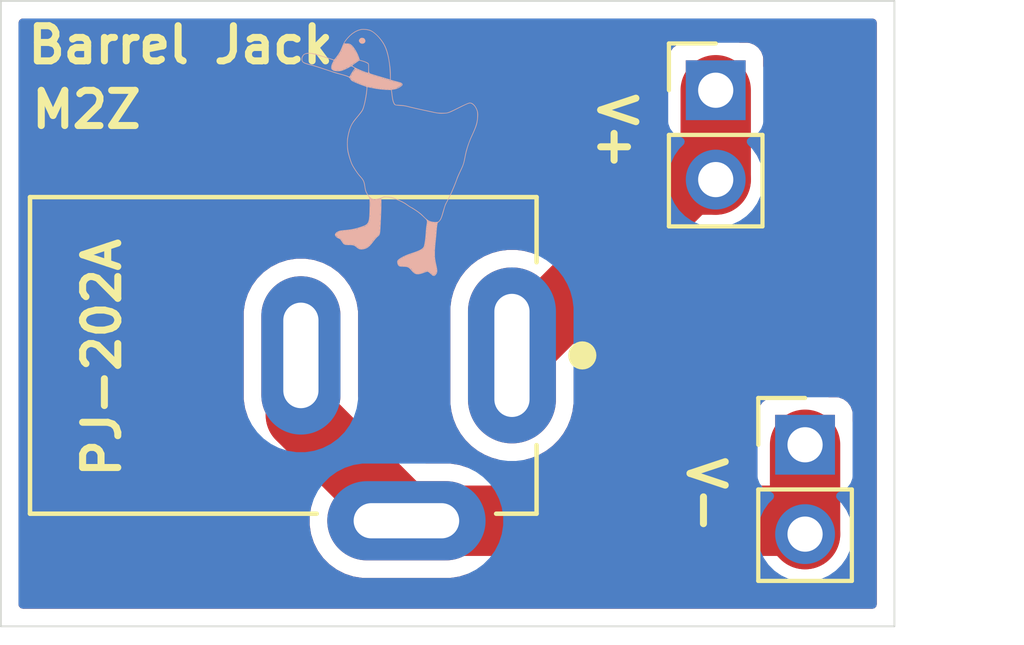
<source format=kicad_pcb>
(kicad_pcb (version 20240108) (generator "pcbnew") (generator_version "8.0")
  (layers (0 "F.Cu" signal) (31 "B.Cu" signal) (34 "B.Paste" user) (35 "F.Paste" user) (36 "B.SilkS" user "B.Silkscreen") (37 "F.SilkS" user "F.Silkscreen") (38 "B.Mask" user) (39 "F.Mask" user) (44 "Edge.Cuts" user))
  (net 0 "")
  (net 1 "/V+")
  (net 2 "/V-")
  (footprint "Connector_PinHeader_2.54mm:PinHeader_1x02_P2.54mm_Vertical" (layer "F.Cu") (at 46.074 29.038)
    (property "Reference" "J1" (hide yes))
    (property "Value" "Conn_01x02_Pin")
    (pad "1" thru_hole rect (at 0 0) (size 1.7 1.7) (drill 1) (layers "*.Cu" "*.Mask") (net 1 "/V+"))
    (pad "2" thru_hole oval (at 0 2.54) (size 1.7 1.7) (drill 1) (layers "*.Cu" "*.Mask") (net 1 "/V+"))
  )
  (footprint "PJ_202A:CUI_PJ-202A" (layer "F.Cu") (at 33.782 36.576 180)
    (property "Reference" "U1" (hide yes))
    (property "Value" "PJ-202A")
    (pad "1" thru_hole oval (at -6.5 0 180) (size 2.5 5) (drill oval 1 3.5) (layers "*.Cu" "*.Mask") (net 1 "/V+"))
    (pad "2" thru_hole oval (at -0.5 0 180) (size 2.25 4.5) (drill oval 1 3) (layers "*.Cu" "*.Mask") (net 2 "/V-"))
    (pad "3" thru_hole oval (at -3.5 -4.7 180) (size 4.5 2.25) (drill oval 3 1) (layers "*.Cu" "*.Mask") (net 2 "/V-"))
  )
  (footprint "Connector_PinHeader_2.54mm:PinHeader_1x02_P2.54mm_Vertical" (layer "F.Cu") (at 48.614 39.116)
    (property "Reference" "J2" (hide yes))
    (property "Value" "Conn_01x02_Pin")
    (pad "1" thru_hole rect (at 0 0) (size 1.7 1.7) (drill 1) (layers "*.Cu" "*.Mask") (net 2 "/V-"))
    (pad "2" thru_hole oval (at 0 2.54) (size 1.7 1.7) (drill 1) (layers "*.Cu" "*.Mask") (net 2 "/V-"))
  )
  (footprint "graphics:duck" (layer "B.Cu") (at 36.752538 30.79905 180)
    (property "Reference" "G***" (hide yes))
    (property "Value" "LOGO" (hide yes))
  )
  (gr_rect (start 25.754 26.498) (end 51.154 44.278) (stroke (width 0.05)) (fill none) (layer "Edge.Cuts"))
  (gr_text "PJ-202A" (at 29.21 40.132 90) (layer "F.SilkS") (effects (font (size 1 1) (thickness 0.2) (bold yes)) (justify left bottom)))
  (gr_text "M2Z" (at 26.532949 30.174111 0) (layer "F.SilkS") (effects (font (size 1 1) (thickness 0.2) (bold yes)) (justify left bottom)))
  (gr_text "Barrel Jack" (at 26.422666 28.336055 0) (layer "F.SilkS") (effects (font (size 1 1) (thickness 0.2) (bold yes)) (justify left bottom)))
  (gr_text "V+" (at 42.672 29.038 -90) (layer "F.SilkS") (effects (font (size 1 1) (thickness 0.2) (bold yes)) (justify left bottom)))
  (gr_text "V-" (at 45.212 39.37 270) (layer "F.SilkS") (effects (font (size 1 1) (thickness 0.2) (bold yes)) (justify left bottom)))
  (segment (start 46.074 31.578) (end 45.28 31.578) (width 2) (layer "F.Cu") (net 1))
  (segment (start 46.074 29.038) (end 46.074 31.578) (width 2) (layer "F.Cu") (net 1))
  (segment (start 45.28 31.578) (end 40.282 36.576) (width 2) (layer "F.Cu") (net 1))
  (segment (start 48.614 41.656) (end 48.614 39.116) (width 2) (layer "F.Cu") (net 2))
  (segment (start 34.282 38.276) (end 34.282 36.576) (width 2) (layer "F.Cu") (net 2))
  (segment (start 48.234 41.276) (end 37.282 41.276) (width 2) (layer "F.Cu") (net 2))
  (segment (start 37.282 41.276) (end 34.282 38.276) (width 2) (layer "F.Cu") (net 2))
  (segment (start 48.614 41.656) (end 48.234 41.276) (width 2) (layer "F.Cu") (net 2))
  (zone (net 0) (net_name "") (layers "F&B.Cu") (connect_pads (clearance 0.5)) (min_thickness 0.25) (fill yes (thermal_gap 0.5) (thermal_bridge_width 0.5) (island_removal_mode 1) (island_area_min 10))
    (polygon (pts (xy 25.754 26.498) (xy 51.154 26.498) (xy 51.154 44.278) (xy 25.754 44.278)))
  )
)
</source>
